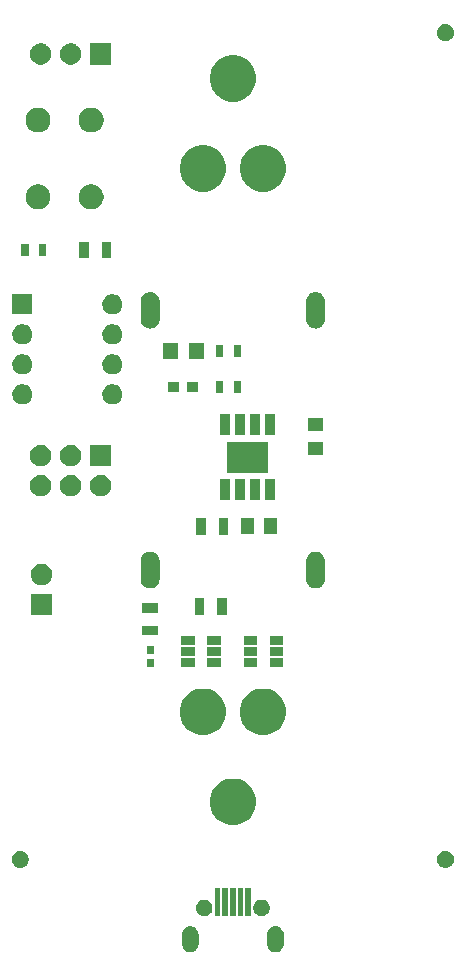
<source format=gts>
G04 #@! TF.GenerationSoftware,KiCad,Pcbnew,5.1.5+dfsg1-2build2*
G04 #@! TF.CreationDate,2021-06-06T20:08:15-06:00*
G04 #@! TF.ProjectId,flicker_lamp,666c6963-6b65-4725-9f6c-616d702e6b69,rev?*
G04 #@! TF.SameCoordinates,Original*
G04 #@! TF.FileFunction,Soldermask,Top*
G04 #@! TF.FilePolarity,Negative*
%FSLAX46Y46*%
G04 Gerber Fmt 4.6, Leading zero omitted, Abs format (unit mm)*
G04 Created by KiCad (PCBNEW 5.1.5+dfsg1-2build2) date 2021-06-06 20:08:15*
%MOMM*%
%LPD*%
G04 APERTURE LIST*
%ADD10C,0.100000*%
G04 APERTURE END LIST*
D10*
G36*
X71537381Y-158039341D02*
G01*
X71669482Y-158079413D01*
X71791227Y-158144487D01*
X71897938Y-158232062D01*
X71985513Y-158338773D01*
X72050587Y-158460518D01*
X72090659Y-158592619D01*
X72100800Y-158695581D01*
X72100800Y-159564419D01*
X72090659Y-159667381D01*
X72050587Y-159799482D01*
X71985513Y-159921227D01*
X71897937Y-160027938D01*
X71791226Y-160115513D01*
X71669481Y-160180587D01*
X71537380Y-160220659D01*
X71400000Y-160234190D01*
X71262619Y-160220659D01*
X71130518Y-160180587D01*
X71008773Y-160115513D01*
X70902062Y-160027937D01*
X70814487Y-159921226D01*
X70749413Y-159799481D01*
X70709341Y-159667380D01*
X70699200Y-159564418D01*
X70699200Y-158695581D01*
X70709341Y-158592619D01*
X70749414Y-158460518D01*
X70814488Y-158338773D01*
X70902063Y-158232062D01*
X71008774Y-158144487D01*
X71130519Y-158079413D01*
X71262620Y-158039341D01*
X71400000Y-158025810D01*
X71537381Y-158039341D01*
G37*
G36*
X78737381Y-158039341D02*
G01*
X78869482Y-158079413D01*
X78991227Y-158144487D01*
X79097938Y-158232062D01*
X79185513Y-158338773D01*
X79250587Y-158460518D01*
X79290659Y-158592619D01*
X79300800Y-158695581D01*
X79300800Y-159564419D01*
X79290659Y-159667381D01*
X79250587Y-159799482D01*
X79185513Y-159921227D01*
X79097937Y-160027938D01*
X78991226Y-160115513D01*
X78869481Y-160180587D01*
X78737380Y-160220659D01*
X78600000Y-160234190D01*
X78462619Y-160220659D01*
X78330518Y-160180587D01*
X78208773Y-160115513D01*
X78102062Y-160027937D01*
X78014487Y-159921226D01*
X77949413Y-159799481D01*
X77909341Y-159667380D01*
X77899200Y-159564418D01*
X77899200Y-158695581D01*
X77909341Y-158592619D01*
X77949414Y-158460518D01*
X78014488Y-158338773D01*
X78102063Y-158232062D01*
X78208774Y-158144487D01*
X78330519Y-158079413D01*
X78462620Y-158039341D01*
X78600000Y-158025810D01*
X78737381Y-158039341D01*
G37*
G36*
X72779416Y-155806131D02*
G01*
X72779419Y-155806132D01*
X72779418Y-155806132D01*
X72906953Y-155858959D01*
X73021732Y-155935651D01*
X73119349Y-156033268D01*
X73196042Y-156148048D01*
X73236901Y-156246691D01*
X73248869Y-156275584D01*
X73275800Y-156410977D01*
X73275800Y-156549023D01*
X73248869Y-156684416D01*
X73248868Y-156684418D01*
X73196042Y-156811952D01*
X73119349Y-156926732D01*
X73021734Y-157024347D01*
X72906953Y-157101041D01*
X72779416Y-157153869D01*
X72644023Y-157180800D01*
X72505977Y-157180800D01*
X72370584Y-157153869D01*
X72243047Y-157101041D01*
X72128266Y-157024347D01*
X72030651Y-156926732D01*
X71953958Y-156811952D01*
X71901132Y-156684418D01*
X71901131Y-156684416D01*
X71874200Y-156549023D01*
X71874200Y-156410977D01*
X71901131Y-156275584D01*
X71913099Y-156246691D01*
X71953958Y-156148048D01*
X72030651Y-156033268D01*
X72128268Y-155935651D01*
X72243047Y-155858959D01*
X72370582Y-155806132D01*
X72370581Y-155806132D01*
X72370584Y-155806131D01*
X72505977Y-155779200D01*
X72644023Y-155779200D01*
X72779416Y-155806131D01*
G37*
G36*
X73950800Y-157180800D02*
G01*
X73449200Y-157180800D01*
X73449200Y-154829200D01*
X73950800Y-154829200D01*
X73950800Y-157180800D01*
G37*
G36*
X74600800Y-157180800D02*
G01*
X74099200Y-157180800D01*
X74099200Y-154829200D01*
X74600800Y-154829200D01*
X74600800Y-157180800D01*
G37*
G36*
X75250800Y-157180800D02*
G01*
X74749200Y-157180800D01*
X74749200Y-154829200D01*
X75250800Y-154829200D01*
X75250800Y-157180800D01*
G37*
G36*
X75900800Y-157180800D02*
G01*
X75399200Y-157180800D01*
X75399200Y-154829200D01*
X75900800Y-154829200D01*
X75900800Y-157180800D01*
G37*
G36*
X76550800Y-157180800D02*
G01*
X76049200Y-157180800D01*
X76049200Y-154829200D01*
X76550800Y-154829200D01*
X76550800Y-157180800D01*
G37*
G36*
X77629416Y-155806131D02*
G01*
X77629419Y-155806132D01*
X77629418Y-155806132D01*
X77756953Y-155858959D01*
X77871732Y-155935651D01*
X77969349Y-156033268D01*
X78046042Y-156148048D01*
X78086901Y-156246691D01*
X78098869Y-156275584D01*
X78125800Y-156410977D01*
X78125800Y-156549023D01*
X78098869Y-156684416D01*
X78098868Y-156684418D01*
X78046042Y-156811952D01*
X77969349Y-156926732D01*
X77871734Y-157024347D01*
X77756953Y-157101041D01*
X77629416Y-157153869D01*
X77494023Y-157180800D01*
X77355977Y-157180800D01*
X77220584Y-157153869D01*
X77093047Y-157101041D01*
X76978266Y-157024347D01*
X76880651Y-156926732D01*
X76803958Y-156811952D01*
X76751132Y-156684418D01*
X76751131Y-156684416D01*
X76724200Y-156549023D01*
X76724200Y-156410977D01*
X76751131Y-156275584D01*
X76763099Y-156246691D01*
X76803958Y-156148048D01*
X76880651Y-156033268D01*
X76978268Y-155935651D01*
X77093047Y-155858959D01*
X77220582Y-155806132D01*
X77220581Y-155806132D01*
X77220584Y-155806131D01*
X77355977Y-155779200D01*
X77494023Y-155779200D01*
X77629416Y-155806131D01*
G37*
G36*
X93211183Y-151683823D02*
G01*
X93211186Y-151683824D01*
X93211185Y-151683824D01*
X93342942Y-151738399D01*
X93461521Y-151817631D01*
X93562369Y-151918479D01*
X93641602Y-152037059D01*
X93689205Y-152151985D01*
X93696177Y-152168817D01*
X93724000Y-152308692D01*
X93724000Y-152451308D01*
X93696177Y-152591183D01*
X93696176Y-152591185D01*
X93641602Y-152722941D01*
X93562369Y-152841521D01*
X93461522Y-152942368D01*
X93342942Y-153021601D01*
X93241033Y-153063813D01*
X93211183Y-153076177D01*
X93071308Y-153104000D01*
X92928692Y-153104000D01*
X92788817Y-153076177D01*
X92758967Y-153063813D01*
X92657058Y-153021601D01*
X92538478Y-152942368D01*
X92437631Y-152841521D01*
X92358398Y-152722941D01*
X92303824Y-152591185D01*
X92303823Y-152591183D01*
X92276000Y-152451308D01*
X92276000Y-152308692D01*
X92303823Y-152168817D01*
X92310795Y-152151985D01*
X92358398Y-152037059D01*
X92437631Y-151918479D01*
X92538479Y-151817631D01*
X92657058Y-151738399D01*
X92788815Y-151683824D01*
X92788814Y-151683824D01*
X92788817Y-151683823D01*
X92928692Y-151656000D01*
X93071308Y-151656000D01*
X93211183Y-151683823D01*
G37*
G36*
X57211183Y-151683823D02*
G01*
X57211186Y-151683824D01*
X57211185Y-151683824D01*
X57342942Y-151738399D01*
X57461521Y-151817631D01*
X57562369Y-151918479D01*
X57641602Y-152037059D01*
X57689205Y-152151985D01*
X57696177Y-152168817D01*
X57724000Y-152308692D01*
X57724000Y-152451308D01*
X57696177Y-152591183D01*
X57696176Y-152591185D01*
X57641602Y-152722941D01*
X57562369Y-152841521D01*
X57461522Y-152942368D01*
X57342942Y-153021601D01*
X57241033Y-153063813D01*
X57211183Y-153076177D01*
X57071308Y-153104000D01*
X56928692Y-153104000D01*
X56788817Y-153076177D01*
X56758967Y-153063813D01*
X56657058Y-153021601D01*
X56538478Y-152942368D01*
X56437631Y-152841521D01*
X56358398Y-152722941D01*
X56303824Y-152591185D01*
X56303823Y-152591183D01*
X56276000Y-152451308D01*
X56276000Y-152308692D01*
X56303823Y-152168817D01*
X56310795Y-152151985D01*
X56358398Y-152037059D01*
X56437631Y-151918479D01*
X56538479Y-151817631D01*
X56657058Y-151738399D01*
X56788815Y-151683824D01*
X56788814Y-151683824D01*
X56788817Y-151683823D01*
X56928692Y-151656000D01*
X57071308Y-151656000D01*
X57211183Y-151683823D01*
G37*
G36*
X75573403Y-145609744D02*
G01*
X75931156Y-145757930D01*
X76253125Y-145973063D01*
X76526937Y-146246875D01*
X76742070Y-146568844D01*
X76890256Y-146926597D01*
X76965800Y-147306386D01*
X76965800Y-147693614D01*
X76890256Y-148073403D01*
X76742070Y-148431156D01*
X76526937Y-148753125D01*
X76253125Y-149026937D01*
X75931156Y-149242070D01*
X75573403Y-149390256D01*
X75193614Y-149465800D01*
X74806386Y-149465800D01*
X74426597Y-149390256D01*
X74068844Y-149242070D01*
X73746875Y-149026937D01*
X73473063Y-148753125D01*
X73257930Y-148431156D01*
X73109744Y-148073403D01*
X73034200Y-147693614D01*
X73034200Y-147306386D01*
X73109744Y-146926597D01*
X73257930Y-146568844D01*
X73473063Y-146246875D01*
X73746875Y-145973063D01*
X74068844Y-145757930D01*
X74426597Y-145609744D01*
X74806386Y-145534200D01*
X75193614Y-145534200D01*
X75573403Y-145609744D01*
G37*
G36*
X73033403Y-137989744D02*
G01*
X73391156Y-138137930D01*
X73713125Y-138353063D01*
X73986937Y-138626875D01*
X74202070Y-138948844D01*
X74350256Y-139306597D01*
X74425800Y-139686386D01*
X74425800Y-140073614D01*
X74350256Y-140453403D01*
X74202070Y-140811156D01*
X73986937Y-141133125D01*
X73713125Y-141406937D01*
X73391156Y-141622070D01*
X73033403Y-141770256D01*
X72653614Y-141845800D01*
X72266386Y-141845800D01*
X71886597Y-141770256D01*
X71528844Y-141622070D01*
X71206875Y-141406937D01*
X70933063Y-141133125D01*
X70717930Y-140811156D01*
X70569744Y-140453403D01*
X70494200Y-140073614D01*
X70494200Y-139686386D01*
X70569744Y-139306597D01*
X70717930Y-138948844D01*
X70933063Y-138626875D01*
X71206875Y-138353063D01*
X71528844Y-138137930D01*
X71886597Y-137989744D01*
X72266386Y-137914200D01*
X72653614Y-137914200D01*
X73033403Y-137989744D01*
G37*
G36*
X78113403Y-137989744D02*
G01*
X78471156Y-138137930D01*
X78793125Y-138353063D01*
X79066937Y-138626875D01*
X79282070Y-138948844D01*
X79430256Y-139306597D01*
X79505800Y-139686386D01*
X79505800Y-140073614D01*
X79430256Y-140453403D01*
X79282070Y-140811156D01*
X79066937Y-141133125D01*
X78793125Y-141406937D01*
X78471156Y-141622070D01*
X78113403Y-141770256D01*
X77733614Y-141845800D01*
X77346386Y-141845800D01*
X76966597Y-141770256D01*
X76608844Y-141622070D01*
X76286875Y-141406937D01*
X76013063Y-141133125D01*
X75797930Y-140811156D01*
X75649744Y-140453403D01*
X75574200Y-140073614D01*
X75574200Y-139686386D01*
X75649744Y-139306597D01*
X75797930Y-138948844D01*
X76013063Y-138626875D01*
X76286875Y-138353063D01*
X76608844Y-138137930D01*
X76966597Y-137989744D01*
X77346386Y-137914200D01*
X77733614Y-137914200D01*
X78113403Y-137989744D01*
G37*
G36*
X79280800Y-136105800D02*
G01*
X78119200Y-136105800D01*
X78119200Y-135354200D01*
X79280800Y-135354200D01*
X79280800Y-136105800D01*
G37*
G36*
X77080800Y-136105800D02*
G01*
X75919200Y-136105800D01*
X75919200Y-135354200D01*
X77080800Y-135354200D01*
X77080800Y-136105800D01*
G37*
G36*
X73980800Y-136105800D02*
G01*
X72819200Y-136105800D01*
X72819200Y-135354200D01*
X73980800Y-135354200D01*
X73980800Y-136105800D01*
G37*
G36*
X71780800Y-136105800D02*
G01*
X70619200Y-136105800D01*
X70619200Y-135354200D01*
X71780800Y-135354200D01*
X71780800Y-136105800D01*
G37*
G36*
X68300800Y-136080800D02*
G01*
X67699200Y-136080800D01*
X67699200Y-135379200D01*
X68300800Y-135379200D01*
X68300800Y-136080800D01*
G37*
G36*
X73980800Y-135155800D02*
G01*
X72819200Y-135155800D01*
X72819200Y-134404200D01*
X73980800Y-134404200D01*
X73980800Y-135155800D01*
G37*
G36*
X71780800Y-135155800D02*
G01*
X70619200Y-135155800D01*
X70619200Y-134404200D01*
X71780800Y-134404200D01*
X71780800Y-135155800D01*
G37*
G36*
X77080800Y-135155800D02*
G01*
X75919200Y-135155800D01*
X75919200Y-134404200D01*
X77080800Y-134404200D01*
X77080800Y-135155800D01*
G37*
G36*
X79280800Y-135155800D02*
G01*
X78119200Y-135155800D01*
X78119200Y-134404200D01*
X79280800Y-134404200D01*
X79280800Y-135155800D01*
G37*
G36*
X68300800Y-134980800D02*
G01*
X67699200Y-134980800D01*
X67699200Y-134279200D01*
X68300800Y-134279200D01*
X68300800Y-134980800D01*
G37*
G36*
X71780800Y-134205800D02*
G01*
X70619200Y-134205800D01*
X70619200Y-133454200D01*
X71780800Y-133454200D01*
X71780800Y-134205800D01*
G37*
G36*
X79280800Y-134205800D02*
G01*
X78119200Y-134205800D01*
X78119200Y-133454200D01*
X79280800Y-133454200D01*
X79280800Y-134205800D01*
G37*
G36*
X73980800Y-134205800D02*
G01*
X72819200Y-134205800D01*
X72819200Y-133454200D01*
X73980800Y-133454200D01*
X73980800Y-134205800D01*
G37*
G36*
X77080800Y-134205800D02*
G01*
X75919200Y-134205800D01*
X75919200Y-133454200D01*
X77080800Y-133454200D01*
X77080800Y-134205800D01*
G37*
G36*
X68700800Y-133380800D02*
G01*
X67299200Y-133380800D01*
X67299200Y-132579200D01*
X68700800Y-132579200D01*
X68700800Y-133380800D01*
G37*
G36*
X59700800Y-131680800D02*
G01*
X57899200Y-131680800D01*
X57899200Y-129879200D01*
X59700800Y-129879200D01*
X59700800Y-131680800D01*
G37*
G36*
X72600800Y-131680800D02*
G01*
X71799200Y-131680800D01*
X71799200Y-130279200D01*
X72600800Y-130279200D01*
X72600800Y-131680800D01*
G37*
G36*
X74500800Y-131680800D02*
G01*
X73699200Y-131680800D01*
X73699200Y-130279200D01*
X74500800Y-130279200D01*
X74500800Y-131680800D01*
G37*
G36*
X68700800Y-131480800D02*
G01*
X67299200Y-131480800D01*
X67299200Y-130679200D01*
X68700800Y-130679200D01*
X68700800Y-131480800D01*
G37*
G36*
X68156983Y-126340788D02*
G01*
X68307937Y-126386579D01*
X68432774Y-126453306D01*
X68447052Y-126460938D01*
X68568990Y-126561010D01*
X68669062Y-126682947D01*
X68669063Y-126682949D01*
X68743421Y-126822062D01*
X68789212Y-126973014D01*
X68789212Y-126973016D01*
X68800800Y-127090668D01*
X68800800Y-128669332D01*
X68789212Y-128786984D01*
X68743422Y-128937935D01*
X68669062Y-129077053D01*
X68568990Y-129198990D01*
X68447053Y-129299062D01*
X68447051Y-129299063D01*
X68307938Y-129373421D01*
X68307935Y-129373422D01*
X68156984Y-129419212D01*
X68000000Y-129434674D01*
X67843017Y-129419212D01*
X67692063Y-129373421D01*
X67552950Y-129299063D01*
X67552948Y-129299062D01*
X67431011Y-129198990D01*
X67330939Y-129077053D01*
X67256579Y-128937935D01*
X67210789Y-128786984D01*
X67199201Y-128669332D01*
X67199200Y-127090669D01*
X67210788Y-126973017D01*
X67256578Y-126822066D01*
X67256579Y-126822063D01*
X67330937Y-126682950D01*
X67330938Y-126682948D01*
X67431010Y-126561010D01*
X67552947Y-126460938D01*
X67567225Y-126453306D01*
X67692062Y-126386579D01*
X67843016Y-126340788D01*
X68000000Y-126325326D01*
X68156983Y-126340788D01*
G37*
G36*
X82156983Y-126340788D02*
G01*
X82307937Y-126386579D01*
X82432774Y-126453306D01*
X82447052Y-126460938D01*
X82568990Y-126561010D01*
X82669062Y-126682947D01*
X82669063Y-126682949D01*
X82743421Y-126822062D01*
X82789212Y-126973014D01*
X82789212Y-126973016D01*
X82800800Y-127090668D01*
X82800800Y-128669332D01*
X82789212Y-128786984D01*
X82743422Y-128937935D01*
X82669062Y-129077053D01*
X82568990Y-129198990D01*
X82447053Y-129299062D01*
X82447051Y-129299063D01*
X82307938Y-129373421D01*
X82307935Y-129373422D01*
X82156984Y-129419212D01*
X82000000Y-129434674D01*
X81843017Y-129419212D01*
X81692063Y-129373421D01*
X81552950Y-129299063D01*
X81552948Y-129299062D01*
X81431011Y-129198990D01*
X81330939Y-129077053D01*
X81256579Y-128937935D01*
X81210789Y-128786984D01*
X81199201Y-128669332D01*
X81199200Y-127090669D01*
X81210788Y-126973017D01*
X81256578Y-126822066D01*
X81256579Y-126822063D01*
X81330937Y-126682950D01*
X81330938Y-126682948D01*
X81431010Y-126561010D01*
X81552947Y-126460938D01*
X81567225Y-126453306D01*
X81692062Y-126386579D01*
X81843016Y-126340788D01*
X82000000Y-126325326D01*
X82156983Y-126340788D01*
G37*
G36*
X59062754Y-127373817D02*
G01*
X59226689Y-127441721D01*
X59300708Y-127491179D01*
X59374225Y-127540301D01*
X59499699Y-127665775D01*
X59565121Y-127763687D01*
X59598279Y-127813311D01*
X59666183Y-127977246D01*
X59700800Y-128151279D01*
X59700800Y-128328721D01*
X59666183Y-128502754D01*
X59598279Y-128666689D01*
X59565121Y-128716313D01*
X59499699Y-128814225D01*
X59374227Y-128939697D01*
X59226689Y-129038279D01*
X59062754Y-129106183D01*
X58888721Y-129140800D01*
X58711279Y-129140800D01*
X58537246Y-129106183D01*
X58373311Y-129038279D01*
X58225773Y-128939697D01*
X58100301Y-128814225D01*
X58034879Y-128716313D01*
X58001721Y-128666689D01*
X57933817Y-128502754D01*
X57899200Y-128328721D01*
X57899200Y-128151279D01*
X57933817Y-127977246D01*
X58001721Y-127813311D01*
X58034879Y-127763687D01*
X58100301Y-127665775D01*
X58225775Y-127540301D01*
X58299292Y-127491179D01*
X58373311Y-127441721D01*
X58537246Y-127373817D01*
X58711279Y-127339200D01*
X58888721Y-127339200D01*
X59062754Y-127373817D01*
G37*
G36*
X74600800Y-124880800D02*
G01*
X73799200Y-124880800D01*
X73799200Y-123479200D01*
X74600800Y-123479200D01*
X74600800Y-124880800D01*
G37*
G36*
X72700800Y-124880800D02*
G01*
X71899200Y-124880800D01*
X71899200Y-123479200D01*
X72700800Y-123479200D01*
X72700800Y-124880800D01*
G37*
G36*
X78750800Y-124855800D02*
G01*
X77649200Y-124855800D01*
X77649200Y-123504200D01*
X78750800Y-123504200D01*
X78750800Y-124855800D01*
G37*
G36*
X76750800Y-124855800D02*
G01*
X75649200Y-124855800D01*
X75649200Y-123504200D01*
X76750800Y-123504200D01*
X76750800Y-124855800D01*
G37*
G36*
X74745800Y-121980800D02*
G01*
X73944200Y-121980800D01*
X73944200Y-120179200D01*
X74745800Y-120179200D01*
X74745800Y-121980800D01*
G37*
G36*
X76015800Y-121980800D02*
G01*
X75214200Y-121980800D01*
X75214200Y-120179200D01*
X76015800Y-120179200D01*
X76015800Y-121980800D01*
G37*
G36*
X77285800Y-121980800D02*
G01*
X76484200Y-121980800D01*
X76484200Y-120179200D01*
X77285800Y-120179200D01*
X77285800Y-121980800D01*
G37*
G36*
X78555800Y-121980800D02*
G01*
X77754200Y-121980800D01*
X77754200Y-120179200D01*
X78555800Y-120179200D01*
X78555800Y-121980800D01*
G37*
G36*
X58982754Y-119853817D02*
G01*
X59146689Y-119921721D01*
X59220708Y-119971179D01*
X59294225Y-120020301D01*
X59419699Y-120145775D01*
X59485121Y-120243687D01*
X59518279Y-120293311D01*
X59586183Y-120457246D01*
X59620800Y-120631279D01*
X59620800Y-120808721D01*
X59586183Y-120982754D01*
X59586182Y-120982756D01*
X59518280Y-121146687D01*
X59419699Y-121294225D01*
X59294227Y-121419697D01*
X59146689Y-121518279D01*
X58982754Y-121586183D01*
X58808721Y-121620800D01*
X58631279Y-121620800D01*
X58457246Y-121586183D01*
X58293311Y-121518279D01*
X58145773Y-121419697D01*
X58020301Y-121294225D01*
X57921720Y-121146687D01*
X57853818Y-120982756D01*
X57853817Y-120982754D01*
X57819200Y-120808721D01*
X57819200Y-120631279D01*
X57853817Y-120457246D01*
X57921721Y-120293311D01*
X57954879Y-120243687D01*
X58020301Y-120145775D01*
X58145775Y-120020301D01*
X58219292Y-119971179D01*
X58293311Y-119921721D01*
X58457246Y-119853817D01*
X58631279Y-119819200D01*
X58808721Y-119819200D01*
X58982754Y-119853817D01*
G37*
G36*
X61522754Y-119853817D02*
G01*
X61686689Y-119921721D01*
X61760708Y-119971179D01*
X61834225Y-120020301D01*
X61959699Y-120145775D01*
X62025121Y-120243687D01*
X62058279Y-120293311D01*
X62126183Y-120457246D01*
X62160800Y-120631279D01*
X62160800Y-120808721D01*
X62126183Y-120982754D01*
X62126182Y-120982756D01*
X62058280Y-121146687D01*
X61959699Y-121294225D01*
X61834227Y-121419697D01*
X61686689Y-121518279D01*
X61522754Y-121586183D01*
X61348721Y-121620800D01*
X61171279Y-121620800D01*
X60997246Y-121586183D01*
X60833311Y-121518279D01*
X60685773Y-121419697D01*
X60560301Y-121294225D01*
X60461720Y-121146687D01*
X60393818Y-120982756D01*
X60393817Y-120982754D01*
X60359200Y-120808721D01*
X60359200Y-120631279D01*
X60393817Y-120457246D01*
X60461721Y-120293311D01*
X60494879Y-120243687D01*
X60560301Y-120145775D01*
X60685775Y-120020301D01*
X60759292Y-119971179D01*
X60833311Y-119921721D01*
X60997246Y-119853817D01*
X61171279Y-119819200D01*
X61348721Y-119819200D01*
X61522754Y-119853817D01*
G37*
G36*
X64062754Y-119853817D02*
G01*
X64226689Y-119921721D01*
X64300708Y-119971179D01*
X64374225Y-120020301D01*
X64499699Y-120145775D01*
X64565121Y-120243687D01*
X64598279Y-120293311D01*
X64666183Y-120457246D01*
X64700800Y-120631279D01*
X64700800Y-120808721D01*
X64666183Y-120982754D01*
X64666182Y-120982756D01*
X64598280Y-121146687D01*
X64499699Y-121294225D01*
X64374227Y-121419697D01*
X64226689Y-121518279D01*
X64062754Y-121586183D01*
X63888721Y-121620800D01*
X63711279Y-121620800D01*
X63537246Y-121586183D01*
X63373311Y-121518279D01*
X63225773Y-121419697D01*
X63100301Y-121294225D01*
X63001720Y-121146687D01*
X62933818Y-120982756D01*
X62933817Y-120982754D01*
X62899200Y-120808721D01*
X62899200Y-120631279D01*
X62933817Y-120457246D01*
X63001721Y-120293311D01*
X63034879Y-120243687D01*
X63100301Y-120145775D01*
X63225775Y-120020301D01*
X63299292Y-119971179D01*
X63373311Y-119921721D01*
X63537246Y-119853817D01*
X63711279Y-119819200D01*
X63888721Y-119819200D01*
X64062754Y-119853817D01*
G37*
G36*
X78001800Y-119637300D02*
G01*
X74498200Y-119637300D01*
X74498200Y-117022700D01*
X78001800Y-117022700D01*
X78001800Y-119637300D01*
G37*
G36*
X64700800Y-119080800D02*
G01*
X62899200Y-119080800D01*
X62899200Y-117279200D01*
X64700800Y-117279200D01*
X64700800Y-119080800D01*
G37*
G36*
X61522754Y-117313817D02*
G01*
X61686689Y-117381721D01*
X61760708Y-117431179D01*
X61834225Y-117480301D01*
X61959699Y-117605775D01*
X62025121Y-117703687D01*
X62058279Y-117753311D01*
X62126183Y-117917246D01*
X62160800Y-118091279D01*
X62160800Y-118268721D01*
X62126183Y-118442754D01*
X62126182Y-118442756D01*
X62058280Y-118606687D01*
X61959699Y-118754225D01*
X61834227Y-118879697D01*
X61686689Y-118978279D01*
X61522754Y-119046183D01*
X61348721Y-119080800D01*
X61171279Y-119080800D01*
X60997246Y-119046183D01*
X60833311Y-118978279D01*
X60685773Y-118879697D01*
X60560301Y-118754225D01*
X60461720Y-118606687D01*
X60393818Y-118442756D01*
X60393817Y-118442754D01*
X60359200Y-118268721D01*
X60359200Y-118091279D01*
X60393817Y-117917246D01*
X60461721Y-117753311D01*
X60494879Y-117703687D01*
X60560301Y-117605775D01*
X60685775Y-117480301D01*
X60759292Y-117431179D01*
X60833311Y-117381721D01*
X60997246Y-117313817D01*
X61171279Y-117279200D01*
X61348721Y-117279200D01*
X61522754Y-117313817D01*
G37*
G36*
X58982754Y-117313817D02*
G01*
X59146689Y-117381721D01*
X59220708Y-117431179D01*
X59294225Y-117480301D01*
X59419699Y-117605775D01*
X59485121Y-117703687D01*
X59518279Y-117753311D01*
X59586183Y-117917246D01*
X59620800Y-118091279D01*
X59620800Y-118268721D01*
X59586183Y-118442754D01*
X59586182Y-118442756D01*
X59518280Y-118606687D01*
X59419699Y-118754225D01*
X59294227Y-118879697D01*
X59146689Y-118978279D01*
X58982754Y-119046183D01*
X58808721Y-119080800D01*
X58631279Y-119080800D01*
X58457246Y-119046183D01*
X58293311Y-118978279D01*
X58145773Y-118879697D01*
X58020301Y-118754225D01*
X57921720Y-118606687D01*
X57853818Y-118442756D01*
X57853817Y-118442754D01*
X57819200Y-118268721D01*
X57819200Y-118091279D01*
X57853817Y-117917246D01*
X57921721Y-117753311D01*
X57954879Y-117703687D01*
X58020301Y-117605775D01*
X58145775Y-117480301D01*
X58219292Y-117431179D01*
X58293311Y-117381721D01*
X58457246Y-117313817D01*
X58631279Y-117279200D01*
X58808721Y-117279200D01*
X58982754Y-117313817D01*
G37*
G36*
X82675800Y-118130800D02*
G01*
X81324200Y-118130800D01*
X81324200Y-117029200D01*
X82675800Y-117029200D01*
X82675800Y-118130800D01*
G37*
G36*
X76015800Y-116480800D02*
G01*
X75214200Y-116480800D01*
X75214200Y-114679200D01*
X76015800Y-114679200D01*
X76015800Y-116480800D01*
G37*
G36*
X77285800Y-116480800D02*
G01*
X76484200Y-116480800D01*
X76484200Y-114679200D01*
X77285800Y-114679200D01*
X77285800Y-116480800D01*
G37*
G36*
X74745800Y-116480800D02*
G01*
X73944200Y-116480800D01*
X73944200Y-114679200D01*
X74745800Y-114679200D01*
X74745800Y-116480800D01*
G37*
G36*
X78555800Y-116480800D02*
G01*
X77754200Y-116480800D01*
X77754200Y-114679200D01*
X78555800Y-114679200D01*
X78555800Y-116480800D01*
G37*
G36*
X82675800Y-116130800D02*
G01*
X81324200Y-116130800D01*
X81324200Y-115029200D01*
X82675800Y-115029200D01*
X82675800Y-116130800D01*
G37*
G36*
X57428169Y-112181895D02*
G01*
X57428172Y-112181896D01*
X57428171Y-112181896D01*
X57583004Y-112246030D01*
X57583005Y-112246031D01*
X57722354Y-112339140D01*
X57840860Y-112457646D01*
X57840861Y-112457648D01*
X57933971Y-112596997D01*
X57989912Y-112732052D01*
X57998105Y-112751831D01*
X58030800Y-112916203D01*
X58030800Y-113083797D01*
X57998105Y-113248169D01*
X57998104Y-113248171D01*
X57933971Y-113403003D01*
X57872178Y-113495483D01*
X57840860Y-113542354D01*
X57722354Y-113660860D01*
X57629244Y-113723073D01*
X57583004Y-113753970D01*
X57463246Y-113803576D01*
X57428169Y-113818105D01*
X57263797Y-113850800D01*
X57096203Y-113850800D01*
X56931831Y-113818105D01*
X56896754Y-113803576D01*
X56776996Y-113753970D01*
X56730756Y-113723073D01*
X56637646Y-113660860D01*
X56519140Y-113542354D01*
X56487822Y-113495483D01*
X56426029Y-113403003D01*
X56361896Y-113248171D01*
X56361895Y-113248169D01*
X56329200Y-113083797D01*
X56329200Y-112916203D01*
X56361895Y-112751831D01*
X56370088Y-112732052D01*
X56426029Y-112596997D01*
X56519139Y-112457648D01*
X56519140Y-112457646D01*
X56637646Y-112339140D01*
X56776995Y-112246031D01*
X56776996Y-112246030D01*
X56931829Y-112181896D01*
X56931828Y-112181896D01*
X56931831Y-112181895D01*
X57096203Y-112149200D01*
X57263797Y-112149200D01*
X57428169Y-112181895D01*
G37*
G36*
X65048169Y-112181895D02*
G01*
X65048172Y-112181896D01*
X65048171Y-112181896D01*
X65203004Y-112246030D01*
X65203005Y-112246031D01*
X65342354Y-112339140D01*
X65460860Y-112457646D01*
X65460861Y-112457648D01*
X65553971Y-112596997D01*
X65609912Y-112732052D01*
X65618105Y-112751831D01*
X65650800Y-112916203D01*
X65650800Y-113083797D01*
X65618105Y-113248169D01*
X65618104Y-113248171D01*
X65553971Y-113403003D01*
X65492178Y-113495483D01*
X65460860Y-113542354D01*
X65342354Y-113660860D01*
X65249244Y-113723073D01*
X65203004Y-113753970D01*
X65083246Y-113803576D01*
X65048169Y-113818105D01*
X64883797Y-113850800D01*
X64716203Y-113850800D01*
X64551831Y-113818105D01*
X64516754Y-113803576D01*
X64396996Y-113753970D01*
X64350756Y-113723073D01*
X64257646Y-113660860D01*
X64139140Y-113542354D01*
X64107822Y-113495483D01*
X64046029Y-113403003D01*
X63981896Y-113248171D01*
X63981895Y-113248169D01*
X63949200Y-113083797D01*
X63949200Y-112916203D01*
X63981895Y-112751831D01*
X63990088Y-112732052D01*
X64046029Y-112596997D01*
X64139139Y-112457648D01*
X64139140Y-112457646D01*
X64257646Y-112339140D01*
X64396995Y-112246031D01*
X64396996Y-112246030D01*
X64551829Y-112181896D01*
X64551828Y-112181896D01*
X64551831Y-112181895D01*
X64716203Y-112149200D01*
X64883797Y-112149200D01*
X65048169Y-112181895D01*
G37*
G36*
X74200800Y-112880800D02*
G01*
X73599200Y-112880800D01*
X73599200Y-111879200D01*
X74200800Y-111879200D01*
X74200800Y-112880800D01*
G37*
G36*
X75700800Y-112880800D02*
G01*
X75099200Y-112880800D01*
X75099200Y-111879200D01*
X75700800Y-111879200D01*
X75700800Y-112880800D01*
G37*
G36*
X70450800Y-112830800D02*
G01*
X69549200Y-112830800D01*
X69549200Y-111929200D01*
X70450800Y-111929200D01*
X70450800Y-112830800D01*
G37*
G36*
X72050800Y-112830800D02*
G01*
X71149200Y-112830800D01*
X71149200Y-111929200D01*
X72050800Y-111929200D01*
X72050800Y-112830800D01*
G37*
G36*
X65048169Y-109641895D02*
G01*
X65048172Y-109641896D01*
X65048171Y-109641896D01*
X65203004Y-109706030D01*
X65203005Y-109706031D01*
X65342354Y-109799140D01*
X65460860Y-109917646D01*
X65460861Y-109917648D01*
X65553971Y-110056997D01*
X65609912Y-110192052D01*
X65618105Y-110211831D01*
X65650800Y-110376203D01*
X65650800Y-110543797D01*
X65618105Y-110708169D01*
X65618104Y-110708171D01*
X65553971Y-110863003D01*
X65492178Y-110955483D01*
X65460860Y-111002354D01*
X65342354Y-111120860D01*
X65249244Y-111183073D01*
X65203004Y-111213970D01*
X65083246Y-111263576D01*
X65048169Y-111278105D01*
X64883797Y-111310800D01*
X64716203Y-111310800D01*
X64551831Y-111278105D01*
X64516754Y-111263576D01*
X64396996Y-111213970D01*
X64350756Y-111183073D01*
X64257646Y-111120860D01*
X64139140Y-111002354D01*
X64107822Y-110955483D01*
X64046029Y-110863003D01*
X63981896Y-110708171D01*
X63981895Y-110708169D01*
X63949200Y-110543797D01*
X63949200Y-110376203D01*
X63981895Y-110211831D01*
X63990088Y-110192052D01*
X64046029Y-110056997D01*
X64139139Y-109917648D01*
X64139140Y-109917646D01*
X64257646Y-109799140D01*
X64396995Y-109706031D01*
X64396996Y-109706030D01*
X64551829Y-109641896D01*
X64551828Y-109641896D01*
X64551831Y-109641895D01*
X64716203Y-109609200D01*
X64883797Y-109609200D01*
X65048169Y-109641895D01*
G37*
G36*
X57428169Y-109641895D02*
G01*
X57428172Y-109641896D01*
X57428171Y-109641896D01*
X57583004Y-109706030D01*
X57583005Y-109706031D01*
X57722354Y-109799140D01*
X57840860Y-109917646D01*
X57840861Y-109917648D01*
X57933971Y-110056997D01*
X57989912Y-110192052D01*
X57998105Y-110211831D01*
X58030800Y-110376203D01*
X58030800Y-110543797D01*
X57998105Y-110708169D01*
X57998104Y-110708171D01*
X57933971Y-110863003D01*
X57872178Y-110955483D01*
X57840860Y-111002354D01*
X57722354Y-111120860D01*
X57629244Y-111183073D01*
X57583004Y-111213970D01*
X57463246Y-111263576D01*
X57428169Y-111278105D01*
X57263797Y-111310800D01*
X57096203Y-111310800D01*
X56931831Y-111278105D01*
X56896754Y-111263576D01*
X56776996Y-111213970D01*
X56730756Y-111183073D01*
X56637646Y-111120860D01*
X56519140Y-111002354D01*
X56487822Y-110955483D01*
X56426029Y-110863003D01*
X56361896Y-110708171D01*
X56361895Y-110708169D01*
X56329200Y-110543797D01*
X56329200Y-110376203D01*
X56361895Y-110211831D01*
X56370088Y-110192052D01*
X56426029Y-110056997D01*
X56519139Y-109917648D01*
X56519140Y-109917646D01*
X56637646Y-109799140D01*
X56776995Y-109706031D01*
X56776996Y-109706030D01*
X56931829Y-109641896D01*
X56931828Y-109641896D01*
X56931831Y-109641895D01*
X57096203Y-109609200D01*
X57263797Y-109609200D01*
X57428169Y-109641895D01*
G37*
G36*
X72550800Y-109980800D02*
G01*
X71249200Y-109980800D01*
X71249200Y-108679200D01*
X72550800Y-108679200D01*
X72550800Y-109980800D01*
G37*
G36*
X70350800Y-109980800D02*
G01*
X69049200Y-109980800D01*
X69049200Y-108679200D01*
X70350800Y-108679200D01*
X70350800Y-109980800D01*
G37*
G36*
X75700800Y-109830800D02*
G01*
X75099200Y-109830800D01*
X75099200Y-108829200D01*
X75700800Y-108829200D01*
X75700800Y-109830800D01*
G37*
G36*
X74200800Y-109830800D02*
G01*
X73599200Y-109830800D01*
X73599200Y-108829200D01*
X74200800Y-108829200D01*
X74200800Y-109830800D01*
G37*
G36*
X57428169Y-107101895D02*
G01*
X57428172Y-107101896D01*
X57428171Y-107101896D01*
X57583004Y-107166030D01*
X57583005Y-107166031D01*
X57722354Y-107259140D01*
X57840860Y-107377646D01*
X57840861Y-107377648D01*
X57933971Y-107516997D01*
X57989912Y-107652052D01*
X57998105Y-107671831D01*
X58030800Y-107836203D01*
X58030800Y-108003797D01*
X57998105Y-108168169D01*
X57998104Y-108168171D01*
X57933971Y-108323003D01*
X57872178Y-108415483D01*
X57840860Y-108462354D01*
X57722354Y-108580860D01*
X57629244Y-108643073D01*
X57583004Y-108673970D01*
X57463246Y-108723576D01*
X57428169Y-108738105D01*
X57263797Y-108770800D01*
X57096203Y-108770800D01*
X56931831Y-108738105D01*
X56896754Y-108723576D01*
X56776996Y-108673970D01*
X56730756Y-108643073D01*
X56637646Y-108580860D01*
X56519140Y-108462354D01*
X56487822Y-108415483D01*
X56426029Y-108323003D01*
X56361896Y-108168171D01*
X56361895Y-108168169D01*
X56329200Y-108003797D01*
X56329200Y-107836203D01*
X56361895Y-107671831D01*
X56370088Y-107652052D01*
X56426029Y-107516997D01*
X56519139Y-107377648D01*
X56519140Y-107377646D01*
X56637646Y-107259140D01*
X56776995Y-107166031D01*
X56776996Y-107166030D01*
X56931829Y-107101896D01*
X56931828Y-107101896D01*
X56931831Y-107101895D01*
X57096203Y-107069200D01*
X57263797Y-107069200D01*
X57428169Y-107101895D01*
G37*
G36*
X65048169Y-107101895D02*
G01*
X65048172Y-107101896D01*
X65048171Y-107101896D01*
X65203004Y-107166030D01*
X65203005Y-107166031D01*
X65342354Y-107259140D01*
X65460860Y-107377646D01*
X65460861Y-107377648D01*
X65553971Y-107516997D01*
X65609912Y-107652052D01*
X65618105Y-107671831D01*
X65650800Y-107836203D01*
X65650800Y-108003797D01*
X65618105Y-108168169D01*
X65618104Y-108168171D01*
X65553971Y-108323003D01*
X65492178Y-108415483D01*
X65460860Y-108462354D01*
X65342354Y-108580860D01*
X65249244Y-108643073D01*
X65203004Y-108673970D01*
X65083246Y-108723576D01*
X65048169Y-108738105D01*
X64883797Y-108770800D01*
X64716203Y-108770800D01*
X64551831Y-108738105D01*
X64516754Y-108723576D01*
X64396996Y-108673970D01*
X64350756Y-108643073D01*
X64257646Y-108580860D01*
X64139140Y-108462354D01*
X64107822Y-108415483D01*
X64046029Y-108323003D01*
X63981896Y-108168171D01*
X63981895Y-108168169D01*
X63949200Y-108003797D01*
X63949200Y-107836203D01*
X63981895Y-107671831D01*
X63990088Y-107652052D01*
X64046029Y-107516997D01*
X64139139Y-107377648D01*
X64139140Y-107377646D01*
X64257646Y-107259140D01*
X64396995Y-107166031D01*
X64396996Y-107166030D01*
X64551829Y-107101896D01*
X64551828Y-107101896D01*
X64551831Y-107101895D01*
X64716203Y-107069200D01*
X64883797Y-107069200D01*
X65048169Y-107101895D01*
G37*
G36*
X82156983Y-104340788D02*
G01*
X82307937Y-104386579D01*
X82432774Y-104453306D01*
X82447052Y-104460938D01*
X82568990Y-104561010D01*
X82669062Y-104682947D01*
X82669063Y-104682949D01*
X82743421Y-104822062D01*
X82789212Y-104973014D01*
X82789212Y-104973016D01*
X82800800Y-105090668D01*
X82800800Y-106669332D01*
X82789212Y-106786984D01*
X82743422Y-106937935D01*
X82669062Y-107077053D01*
X82568990Y-107198990D01*
X82447053Y-107299062D01*
X82447051Y-107299063D01*
X82307938Y-107373421D01*
X82307935Y-107373422D01*
X82156984Y-107419212D01*
X82000000Y-107434674D01*
X81843017Y-107419212D01*
X81692066Y-107373422D01*
X81692063Y-107373421D01*
X81552950Y-107299063D01*
X81552948Y-107299062D01*
X81431011Y-107198990D01*
X81330939Y-107077053D01*
X81256579Y-106937935D01*
X81210789Y-106786984D01*
X81199201Y-106669332D01*
X81199200Y-105090669D01*
X81210788Y-104973017D01*
X81256578Y-104822066D01*
X81256579Y-104822063D01*
X81330937Y-104682950D01*
X81330938Y-104682948D01*
X81431010Y-104561010D01*
X81552947Y-104460938D01*
X81567225Y-104453306D01*
X81692062Y-104386579D01*
X81843016Y-104340788D01*
X82000000Y-104325326D01*
X82156983Y-104340788D01*
G37*
G36*
X68156983Y-104340788D02*
G01*
X68307937Y-104386579D01*
X68432774Y-104453306D01*
X68447052Y-104460938D01*
X68568990Y-104561010D01*
X68669062Y-104682947D01*
X68669063Y-104682949D01*
X68743421Y-104822062D01*
X68789212Y-104973014D01*
X68789212Y-104973016D01*
X68800800Y-105090668D01*
X68800800Y-106669332D01*
X68789212Y-106786984D01*
X68743422Y-106937935D01*
X68669062Y-107077053D01*
X68568990Y-107198990D01*
X68447053Y-107299062D01*
X68447051Y-107299063D01*
X68307938Y-107373421D01*
X68307935Y-107373422D01*
X68156984Y-107419212D01*
X68000000Y-107434674D01*
X67843017Y-107419212D01*
X67692066Y-107373422D01*
X67692063Y-107373421D01*
X67552950Y-107299063D01*
X67552948Y-107299062D01*
X67431011Y-107198990D01*
X67330939Y-107077053D01*
X67256579Y-106937935D01*
X67210789Y-106786984D01*
X67199201Y-106669332D01*
X67199200Y-105090669D01*
X67210788Y-104973017D01*
X67256578Y-104822066D01*
X67256579Y-104822063D01*
X67330937Y-104682950D01*
X67330938Y-104682948D01*
X67431010Y-104561010D01*
X67552947Y-104460938D01*
X67567225Y-104453306D01*
X67692062Y-104386579D01*
X67843016Y-104340788D01*
X68000000Y-104325326D01*
X68156983Y-104340788D01*
G37*
G36*
X65048169Y-104561895D02*
G01*
X65048172Y-104561896D01*
X65048171Y-104561896D01*
X65203004Y-104626030D01*
X65203005Y-104626031D01*
X65342354Y-104719140D01*
X65460860Y-104837646D01*
X65460861Y-104837648D01*
X65553971Y-104976997D01*
X65601054Y-105090666D01*
X65618105Y-105131831D01*
X65650800Y-105296203D01*
X65650800Y-105463797D01*
X65618105Y-105628169D01*
X65618104Y-105628171D01*
X65553971Y-105783003D01*
X65492178Y-105875483D01*
X65460860Y-105922354D01*
X65342354Y-106040860D01*
X65249244Y-106103073D01*
X65203004Y-106133970D01*
X65083246Y-106183576D01*
X65048169Y-106198105D01*
X64883797Y-106230800D01*
X64716203Y-106230800D01*
X64551831Y-106198105D01*
X64516754Y-106183576D01*
X64396996Y-106133970D01*
X64350756Y-106103073D01*
X64257646Y-106040860D01*
X64139140Y-105922354D01*
X64107822Y-105875483D01*
X64046029Y-105783003D01*
X63981896Y-105628171D01*
X63981895Y-105628169D01*
X63949200Y-105463797D01*
X63949200Y-105296203D01*
X63981895Y-105131831D01*
X63998946Y-105090666D01*
X64046029Y-104976997D01*
X64139139Y-104837648D01*
X64139140Y-104837646D01*
X64257646Y-104719140D01*
X64396995Y-104626031D01*
X64396996Y-104626030D01*
X64551829Y-104561896D01*
X64551828Y-104561896D01*
X64551831Y-104561895D01*
X64716203Y-104529200D01*
X64883797Y-104529200D01*
X65048169Y-104561895D01*
G37*
G36*
X58030800Y-106230800D02*
G01*
X56329200Y-106230800D01*
X56329200Y-104529200D01*
X58030800Y-104529200D01*
X58030800Y-106230800D01*
G37*
G36*
X62800800Y-101480800D02*
G01*
X61999200Y-101480800D01*
X61999200Y-100079200D01*
X62800800Y-100079200D01*
X62800800Y-101480800D01*
G37*
G36*
X64700800Y-101480800D02*
G01*
X63899200Y-101480800D01*
X63899200Y-100079200D01*
X64700800Y-100079200D01*
X64700800Y-101480800D01*
G37*
G36*
X57700800Y-101280800D02*
G01*
X57099200Y-101280800D01*
X57099200Y-100279200D01*
X57700800Y-100279200D01*
X57700800Y-101280800D01*
G37*
G36*
X59200800Y-101280800D02*
G01*
X58599200Y-101280800D01*
X58599200Y-100279200D01*
X59200800Y-100279200D01*
X59200800Y-101280800D01*
G37*
G36*
X58806507Y-95269582D02*
G01*
X58806510Y-95269583D01*
X58806509Y-95269583D01*
X58997740Y-95348793D01*
X59169844Y-95463789D01*
X59316211Y-95610156D01*
X59431208Y-95782261D01*
X59457526Y-95845800D01*
X59510418Y-95973493D01*
X59550800Y-96176505D01*
X59550800Y-96383495D01*
X59510418Y-96586507D01*
X59510417Y-96586509D01*
X59431208Y-96777739D01*
X59316211Y-96949844D01*
X59169846Y-97096209D01*
X58997740Y-97211207D01*
X58806507Y-97290418D01*
X58603495Y-97330800D01*
X58396505Y-97330800D01*
X58193493Y-97290418D01*
X58002260Y-97211207D01*
X57830154Y-97096209D01*
X57683789Y-96949844D01*
X57568792Y-96777739D01*
X57489583Y-96586509D01*
X57489582Y-96586507D01*
X57449200Y-96383495D01*
X57449200Y-96176505D01*
X57489582Y-95973493D01*
X57542474Y-95845800D01*
X57568792Y-95782261D01*
X57683789Y-95610156D01*
X57830156Y-95463789D01*
X58002260Y-95348793D01*
X58193491Y-95269583D01*
X58193490Y-95269583D01*
X58193493Y-95269582D01*
X58396505Y-95229200D01*
X58603495Y-95229200D01*
X58806507Y-95269582D01*
G37*
G36*
X63306507Y-95269582D02*
G01*
X63306510Y-95269583D01*
X63306509Y-95269583D01*
X63497740Y-95348793D01*
X63669844Y-95463789D01*
X63816211Y-95610156D01*
X63931208Y-95782261D01*
X63957526Y-95845800D01*
X64010418Y-95973493D01*
X64050800Y-96176505D01*
X64050800Y-96383495D01*
X64010418Y-96586507D01*
X64010417Y-96586509D01*
X63931208Y-96777739D01*
X63816211Y-96949844D01*
X63669846Y-97096209D01*
X63497740Y-97211207D01*
X63306507Y-97290418D01*
X63103495Y-97330800D01*
X62896505Y-97330800D01*
X62693493Y-97290418D01*
X62502260Y-97211207D01*
X62330154Y-97096209D01*
X62183789Y-96949844D01*
X62068792Y-96777739D01*
X61989583Y-96586509D01*
X61989582Y-96586507D01*
X61949200Y-96383495D01*
X61949200Y-96176505D01*
X61989582Y-95973493D01*
X62042474Y-95845800D01*
X62068792Y-95782261D01*
X62183789Y-95610156D01*
X62330156Y-95463789D01*
X62502260Y-95348793D01*
X62693491Y-95269583D01*
X62693490Y-95269583D01*
X62693493Y-95269582D01*
X62896505Y-95229200D01*
X63103495Y-95229200D01*
X63306507Y-95269582D01*
G37*
G36*
X73033403Y-91989744D02*
G01*
X73391156Y-92137930D01*
X73713125Y-92353063D01*
X73986937Y-92626875D01*
X74202070Y-92948844D01*
X74350256Y-93306597D01*
X74425800Y-93686386D01*
X74425800Y-94073614D01*
X74350256Y-94453403D01*
X74202070Y-94811156D01*
X73986937Y-95133125D01*
X73713125Y-95406937D01*
X73391156Y-95622070D01*
X73033403Y-95770256D01*
X72653614Y-95845800D01*
X72266386Y-95845800D01*
X71886597Y-95770256D01*
X71528844Y-95622070D01*
X71206875Y-95406937D01*
X70933063Y-95133125D01*
X70717930Y-94811156D01*
X70569744Y-94453403D01*
X70494200Y-94073614D01*
X70494200Y-93686386D01*
X70569744Y-93306597D01*
X70717930Y-92948844D01*
X70933063Y-92626875D01*
X71206875Y-92353063D01*
X71528844Y-92137930D01*
X71886597Y-91989744D01*
X72266386Y-91914200D01*
X72653614Y-91914200D01*
X73033403Y-91989744D01*
G37*
G36*
X78113403Y-91989744D02*
G01*
X78471156Y-92137930D01*
X78793125Y-92353063D01*
X79066937Y-92626875D01*
X79282070Y-92948844D01*
X79430256Y-93306597D01*
X79505800Y-93686386D01*
X79505800Y-94073614D01*
X79430256Y-94453403D01*
X79282070Y-94811156D01*
X79066937Y-95133125D01*
X78793125Y-95406937D01*
X78471156Y-95622070D01*
X78113403Y-95770256D01*
X77733614Y-95845800D01*
X77346386Y-95845800D01*
X76966597Y-95770256D01*
X76608844Y-95622070D01*
X76286875Y-95406937D01*
X76013063Y-95133125D01*
X75797930Y-94811156D01*
X75649744Y-94453403D01*
X75574200Y-94073614D01*
X75574200Y-93686386D01*
X75649744Y-93306597D01*
X75797930Y-92948844D01*
X76013063Y-92626875D01*
X76286875Y-92353063D01*
X76608844Y-92137930D01*
X76966597Y-91989744D01*
X77346386Y-91914200D01*
X77733614Y-91914200D01*
X78113403Y-91989744D01*
G37*
G36*
X63306507Y-88769582D02*
G01*
X63306510Y-88769583D01*
X63306509Y-88769583D01*
X63497740Y-88848793D01*
X63669844Y-88963789D01*
X63816211Y-89110156D01*
X63931208Y-89282261D01*
X63992473Y-89430169D01*
X64010418Y-89473493D01*
X64050800Y-89676505D01*
X64050800Y-89883495D01*
X64010418Y-90086507D01*
X64010417Y-90086509D01*
X63931208Y-90277739D01*
X63816211Y-90449844D01*
X63669846Y-90596209D01*
X63497740Y-90711207D01*
X63306507Y-90790418D01*
X63103495Y-90830800D01*
X62896505Y-90830800D01*
X62693493Y-90790418D01*
X62502260Y-90711207D01*
X62330154Y-90596209D01*
X62183789Y-90449844D01*
X62068792Y-90277739D01*
X61989583Y-90086509D01*
X61989582Y-90086507D01*
X61949200Y-89883495D01*
X61949200Y-89676505D01*
X61989582Y-89473493D01*
X62007527Y-89430169D01*
X62068792Y-89282261D01*
X62183789Y-89110156D01*
X62330156Y-88963789D01*
X62502260Y-88848793D01*
X62693491Y-88769583D01*
X62693490Y-88769583D01*
X62693493Y-88769582D01*
X62896505Y-88729200D01*
X63103495Y-88729200D01*
X63306507Y-88769582D01*
G37*
G36*
X58806507Y-88769582D02*
G01*
X58806510Y-88769583D01*
X58806509Y-88769583D01*
X58997740Y-88848793D01*
X59169844Y-88963789D01*
X59316211Y-89110156D01*
X59431208Y-89282261D01*
X59492473Y-89430169D01*
X59510418Y-89473493D01*
X59550800Y-89676505D01*
X59550800Y-89883495D01*
X59510418Y-90086507D01*
X59510417Y-90086509D01*
X59431208Y-90277739D01*
X59316211Y-90449844D01*
X59169846Y-90596209D01*
X58997740Y-90711207D01*
X58806507Y-90790418D01*
X58603495Y-90830800D01*
X58396505Y-90830800D01*
X58193493Y-90790418D01*
X58002260Y-90711207D01*
X57830154Y-90596209D01*
X57683789Y-90449844D01*
X57568792Y-90277739D01*
X57489583Y-90086509D01*
X57489582Y-90086507D01*
X57449200Y-89883495D01*
X57449200Y-89676505D01*
X57489582Y-89473493D01*
X57507527Y-89430169D01*
X57568792Y-89282261D01*
X57683789Y-89110156D01*
X57830156Y-88963789D01*
X58002260Y-88848793D01*
X58193491Y-88769583D01*
X58193490Y-88769583D01*
X58193493Y-88769582D01*
X58396505Y-88729200D01*
X58603495Y-88729200D01*
X58806507Y-88769582D01*
G37*
G36*
X75573403Y-84369744D02*
G01*
X75931156Y-84517930D01*
X76253125Y-84733063D01*
X76526937Y-85006875D01*
X76742070Y-85328844D01*
X76890256Y-85686597D01*
X76965800Y-86066386D01*
X76965800Y-86453614D01*
X76890256Y-86833403D01*
X76742070Y-87191156D01*
X76526937Y-87513125D01*
X76253125Y-87786937D01*
X75931156Y-88002070D01*
X75573403Y-88150256D01*
X75193614Y-88225800D01*
X74806386Y-88225800D01*
X74426597Y-88150256D01*
X74068844Y-88002070D01*
X73746875Y-87786937D01*
X73473063Y-87513125D01*
X73257930Y-87191156D01*
X73109744Y-86833403D01*
X73034200Y-86453614D01*
X73034200Y-86066386D01*
X73109744Y-85686597D01*
X73257930Y-85328844D01*
X73473063Y-85006875D01*
X73746875Y-84733063D01*
X74068844Y-84517930D01*
X74426597Y-84369744D01*
X74806386Y-84294200D01*
X75193614Y-84294200D01*
X75573403Y-84369744D01*
G37*
G36*
X58982754Y-83313817D02*
G01*
X59146689Y-83381721D01*
X59220708Y-83431179D01*
X59294225Y-83480301D01*
X59419699Y-83605775D01*
X59485121Y-83703687D01*
X59518279Y-83753311D01*
X59586183Y-83917246D01*
X59620800Y-84091279D01*
X59620800Y-84268721D01*
X59586183Y-84442754D01*
X59586182Y-84442756D01*
X59518280Y-84606687D01*
X59419699Y-84754225D01*
X59294227Y-84879697D01*
X59146689Y-84978279D01*
X58982754Y-85046183D01*
X58808721Y-85080800D01*
X58631279Y-85080800D01*
X58457246Y-85046183D01*
X58293311Y-84978279D01*
X58145773Y-84879697D01*
X58020301Y-84754225D01*
X57921720Y-84606687D01*
X57853818Y-84442756D01*
X57853817Y-84442754D01*
X57819200Y-84268721D01*
X57819200Y-84091279D01*
X57853817Y-83917246D01*
X57921721Y-83753311D01*
X57954879Y-83703687D01*
X58020301Y-83605775D01*
X58145775Y-83480301D01*
X58219292Y-83431179D01*
X58293311Y-83381721D01*
X58457246Y-83313817D01*
X58631279Y-83279200D01*
X58808721Y-83279200D01*
X58982754Y-83313817D01*
G37*
G36*
X64700800Y-85080800D02*
G01*
X62899200Y-85080800D01*
X62899200Y-83279200D01*
X64700800Y-83279200D01*
X64700800Y-85080800D01*
G37*
G36*
X61522754Y-83313817D02*
G01*
X61686689Y-83381721D01*
X61760708Y-83431179D01*
X61834225Y-83480301D01*
X61959699Y-83605775D01*
X62025121Y-83703687D01*
X62058279Y-83753311D01*
X62126183Y-83917246D01*
X62160800Y-84091279D01*
X62160800Y-84268721D01*
X62126183Y-84442754D01*
X62126182Y-84442756D01*
X62058280Y-84606687D01*
X61959699Y-84754225D01*
X61834227Y-84879697D01*
X61686689Y-84978279D01*
X61522754Y-85046183D01*
X61348721Y-85080800D01*
X61171279Y-85080800D01*
X60997246Y-85046183D01*
X60833311Y-84978279D01*
X60685773Y-84879697D01*
X60560301Y-84754225D01*
X60461720Y-84606687D01*
X60393818Y-84442756D01*
X60393817Y-84442754D01*
X60359200Y-84268721D01*
X60359200Y-84091279D01*
X60393817Y-83917246D01*
X60461721Y-83753311D01*
X60494879Y-83703687D01*
X60560301Y-83605775D01*
X60685775Y-83480301D01*
X60759292Y-83431179D01*
X60833311Y-83381721D01*
X60997246Y-83313817D01*
X61171279Y-83279200D01*
X61348721Y-83279200D01*
X61522754Y-83313817D01*
G37*
G36*
X93211183Y-81683823D02*
G01*
X93211186Y-81683824D01*
X93211185Y-81683824D01*
X93342942Y-81738399D01*
X93461521Y-81817631D01*
X93562369Y-81918479D01*
X93641602Y-82037059D01*
X93689205Y-82151985D01*
X93696177Y-82168817D01*
X93724000Y-82308692D01*
X93724000Y-82451308D01*
X93696177Y-82591183D01*
X93696176Y-82591185D01*
X93641602Y-82722941D01*
X93562369Y-82841521D01*
X93461522Y-82942368D01*
X93342942Y-83021601D01*
X93241033Y-83063813D01*
X93211183Y-83076177D01*
X93071308Y-83104000D01*
X92928692Y-83104000D01*
X92788817Y-83076177D01*
X92758967Y-83063813D01*
X92657058Y-83021601D01*
X92538478Y-82942368D01*
X92437631Y-82841521D01*
X92358398Y-82722941D01*
X92303824Y-82591185D01*
X92303823Y-82591183D01*
X92276000Y-82451308D01*
X92276000Y-82308692D01*
X92303823Y-82168817D01*
X92310795Y-82151985D01*
X92358398Y-82037059D01*
X92437631Y-81918479D01*
X92538479Y-81817631D01*
X92657058Y-81738399D01*
X92788815Y-81683824D01*
X92788814Y-81683824D01*
X92788817Y-81683823D01*
X92928692Y-81656000D01*
X93071308Y-81656000D01*
X93211183Y-81683823D01*
G37*
M02*

</source>
